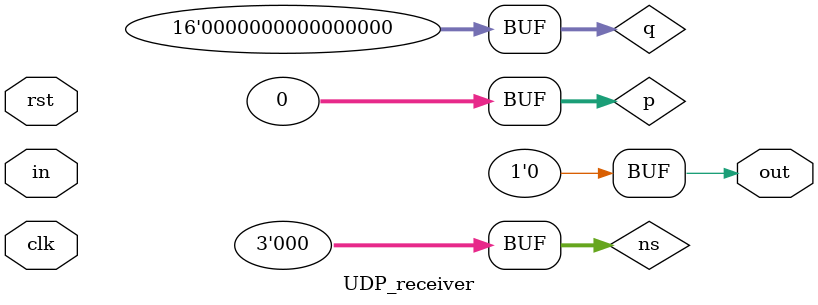
<source format=v>
`timescale 1ns / 1ps


module UDP_receiver(clk,rst,in,out );

input clk,rst;
input [63:0] in;

output reg out=0;

reg [2:0] ps,ns;
reg [31:0]p;
reg [15:0]q;
reg [15:0]s;

parameter A=3'b000,B=3'b001,C=3'b010,D=3'b011,E=3'b100,F=3'b101,G=3'b110,H=3'b111;

always@(posedge clk or posedge rst)
 begin
 
  if(rst)
   ps<=A;
   
  
  else
   ps<=ns;
   
 end  
 
 
 always@(ps)
  begin
   
    case(ps)
    
     A: begin
         
          p=in[31:0] ;
          ns=B;
          s=0;
          
        end   
        
        
     B: begin
                 
                  q=in[15:0] ;
                  ns=C;
                  
                end   
   
     C: begin
                         
                 s=s+in[15:0] ;
                 ns=D;
                        
              end   
              
     D: begin
              
                s=s+in[31:16];
                ns=E;
              
              end
              
     E: begin
             
               s=s+in[47:32];
               ns=F;
               
              end
           
     F: begin
      
               s=s+in[63:48];
               ns=G;
              
              end
     G: begin
       
              s=~s;
              ns=H;
              
              end
              
     H: begin
        
             if(q==s)
              
               out=1;
               
              else
               
               out=0;
         end
         
     endcase
     
     
    
    end
    

 
    


 always@(in)
 
 begin
  
   ns=A;
   p=0;
   q=0;
   out=0;
end



endmodule

</source>
